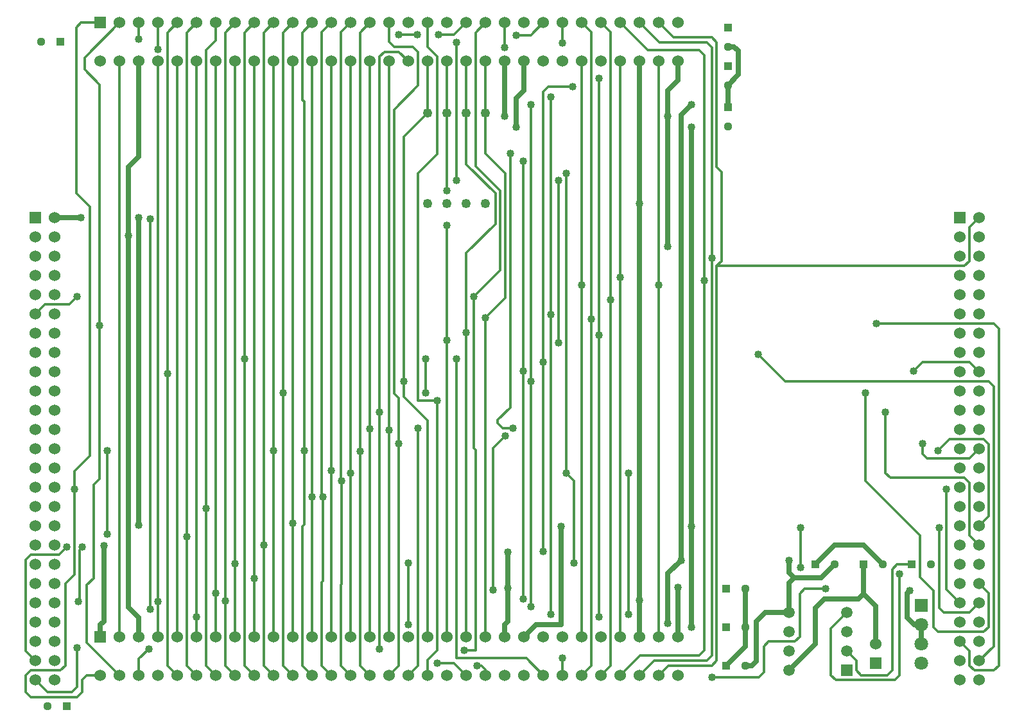
<source format=gbr>
G04 DipTrace 4.0.0.5*
G04 2 - Bottom.gbr*
%MOIN*%
G04 #@! TF.FileFunction,Copper,L2,Bot*
G04 #@! TF.Part,Single*
G04 #@! TA.AperFunction,Conductor*
%ADD15C,0.013*%
%ADD16C,0.026*%
G04 #@! TA.AperFunction,ComponentPad*
%ADD18C,0.06*%
%ADD19R,0.06X0.06*%
%ADD20R,0.043701X0.043701*%
%ADD21C,0.043701*%
%ADD22R,0.070866X0.070866*%
%ADD23C,0.070866*%
%ADD24R,0.059055X0.059055*%
%ADD25C,0.059055*%
%ADD26C,0.049213*%
G04 #@! TA.AperFunction,ViaPad*
%ADD27C,0.04*%
%FSLAX26Y26*%
G04*
G70*
G90*
G75*
G01*
G04 Bottom*
%LPD*%
X5043700Y1243700D2*
D15*
X4968050D1*
X4942050Y1217700D1*
Y695200D1*
X4916050Y669200D1*
X4781228D1*
X4755228Y695200D1*
Y744672D1*
X4706200Y793700D1*
X3731200Y4056200D2*
X3806696Y3980704D1*
X4005200D1*
X4031200Y3954704D1*
Y3307802D1*
X4057200Y3281802D1*
Y2819200D1*
X4031200Y2793200D1*
Y744200D1*
X4005200Y718200D1*
X3780700D1*
X3731200Y668700D1*
X4031200Y2793200D2*
X5317200D1*
X5343200Y2819200D1*
Y2993200D1*
X5393700Y3043700D1*
X3631200Y4056200D2*
X3732696Y3954704D1*
X3979200D1*
X4005200Y3928704D1*
Y2832700D1*
Y770200D1*
X3979200Y744200D1*
X3706700D1*
X3631200Y668700D1*
X3531200D2*
X3632700Y770200D1*
X3939700D1*
X3965700Y796200D1*
Y2719200D1*
Y3886700D1*
X3939700Y3912700D1*
X3674700D1*
X3531200Y4056200D1*
X3431200D2*
X3480700Y4006700D1*
Y2619200D1*
Y718200D1*
X3431200Y668700D1*
X3331200Y4056200D2*
X3380700Y4006700D1*
Y2519200D1*
Y718200D1*
X3331200Y668700D1*
X3231200Y757700D2*
Y668700D1*
X3420200Y3767200D2*
Y2432700D1*
X3231200Y3952200D2*
Y4056200D1*
X3420200Y2432700D2*
Y971200D1*
X2680700Y2311700D2*
Y757700D1*
X3042200D1*
X3131200Y668700D1*
X3209806Y2393200D2*
Y3236306D1*
X2680700Y3953704D2*
Y3236306D1*
X2991700Y3991700D2*
X3066700D1*
X3131200Y4056200D1*
X4596700Y1117850D2*
X4488228D1*
X4462228Y1091850D1*
Y868728D1*
X4436228Y842728D1*
X4301550D1*
X4275550Y816728D1*
Y682700D1*
X4249550Y656700D1*
X4006846D1*
X3284200Y3723810D2*
X3156806D1*
X3130806Y3697810D1*
Y2293200D1*
Y1312054D1*
X5052964Y2246204D2*
X5099960Y2293200D1*
X5344200D1*
X5393700Y2243700D1*
X2580700Y731700D2*
X2668200D1*
X2731200Y668700D1*
X3025806Y3337554D2*
Y2246204D1*
X2475751Y3993204D2*
X2380700D1*
X2586649D2*
X2668204D1*
X2731200Y4056200D1*
X3025806Y2246204D2*
Y1063704D1*
X3065306Y3631310D2*
Y2193200D1*
Y1024204D1*
X2531200Y668700D2*
Y746452D1*
X2580700Y795952D1*
Y2093200D1*
X2480094D1*
Y3275023D1*
X2580700Y3375629D1*
Y3880948D1*
X2531200Y3930448D1*
Y4056200D1*
X2480700Y1951200D2*
Y718200D1*
X2431200Y668700D1*
X2960306Y3377054D2*
Y2058696D1*
X2894810Y1993200D1*
Y1977200D1*
X2920810Y1951200D1*
X2971791D1*
X2331200Y668700D2*
X2380700Y718200D1*
Y1872200D1*
X5098554D2*
Y1819200D1*
X5124554Y1793200D1*
X5343200D1*
X5393700Y1843700D1*
X2380700Y1872200D2*
Y2105995D1*
X2357200Y2129495D1*
Y3605818D1*
X2480700Y3729318D1*
Y3905700D1*
X2454700Y3931700D1*
X2357200D1*
X2331200Y3957700D1*
Y4056200D1*
X2231200D2*
X2180700Y4005700D1*
Y1830680D1*
Y719200D1*
X2231200Y668700D1*
X2131200D2*
X2080700Y719200D1*
Y1137271D1*
X2084200Y1140771D1*
Y1677680D1*
X2081700Y1680180D1*
Y4006700D1*
X2131200Y4056200D1*
X2031200Y668700D2*
X1980700Y719200D1*
Y1151672D1*
X1987204Y1158176D1*
Y1593200D1*
X1981700Y1598704D1*
Y4006700D1*
X2031200Y4056200D1*
X1731200Y668700D2*
X1680700Y719200D1*
Y1345058D1*
Y4005700D1*
X1731200Y4056200D1*
X1931200Y668700D2*
X1880700Y719200D1*
Y1442329D1*
X1890354Y1451983D1*
Y1832700D1*
X5178704D2*
X5239204Y1893200D1*
X5417200D1*
X5443200Y1867200D1*
Y1493200D1*
X5393700Y1443700D1*
X1890354Y1832700D2*
Y3646214D1*
X1880700Y3655869D1*
Y4005700D1*
X1931200Y4056200D1*
X1831200Y668700D2*
X1780700Y719200D1*
Y2132700D1*
X4906428Y2032700D2*
Y1719200D1*
X4932428Y1693200D1*
X5317200D1*
X5343200Y1667200D1*
Y1394200D1*
X5393700Y1343700D1*
X1780700Y2132700D2*
Y4005700D1*
X1831200Y4056200D1*
X1631200Y668700D2*
X1580700Y719200D1*
Y2311700D1*
X4802495Y2132700D2*
Y1677609D1*
X5085050Y1395054D1*
Y1177649D1*
X5155633Y1107066D1*
Y919200D1*
X5181633Y893200D1*
X5417200D1*
X5443200Y919200D1*
Y1094200D1*
X5393700Y1143700D1*
X2519594Y2311700D2*
Y2132700D1*
X1580700Y2311700D2*
Y4005700D1*
X1631200Y4056200D1*
X1531200Y668700D2*
X1480700Y719200D1*
Y1053704D1*
X5185050Y1432700D2*
Y1019200D1*
X5211050Y993200D1*
X5343200D1*
X5393700Y1043700D1*
X4466200Y1226550D2*
Y1432700D1*
X1480700Y1053704D2*
Y4005700D1*
X1531200Y4056200D1*
X1431200D2*
Y3964019D1*
X1380700Y3913519D1*
Y1532700D1*
Y719200D1*
X1431200Y668700D1*
X1331200Y4056200D2*
X1280700Y4005700D1*
Y1386200D1*
Y719200D1*
X1331200Y668700D1*
X2870700Y1109700D2*
Y1848090D1*
X2934310Y1911700D1*
X1091204Y3036204D2*
Y1010700D1*
X1131200Y3919200D2*
Y4056200D1*
X3288806Y1250704D2*
Y1677680D1*
X3249306Y1717180D1*
X1031200Y3972200D2*
Y4056200D1*
X1084200Y805704D2*
X1031200Y752704D1*
Y668700D1*
X2429980Y1250704D2*
Y931700D1*
X3574704Y985200D2*
Y1717180D1*
X3249306D2*
Y3275806D1*
X831200Y4056200D2*
X731700D1*
X705700Y4030200D1*
Y3170165D1*
X775200Y3100665D1*
Y1806696D1*
X696200Y1727696D1*
Y1632700D1*
X5224550D2*
Y1112850D1*
X5293700Y1043700D1*
X696200Y1632700D2*
Y1190196D1*
X650200Y1144196D1*
Y719200D1*
X624200Y693200D1*
X469200D1*
X443200Y667200D1*
Y580550D1*
X469200Y554550D1*
X709704D1*
X735704Y580550D1*
Y642700D1*
X761704Y668700D1*
X831200D1*
X1031200Y868700D2*
D16*
Y968948D1*
X977700Y1022448D1*
Y2952204D1*
X3631200Y3856200D2*
Y3118700D1*
X977700Y2952204D2*
Y3307204D1*
X1031200Y3360704D1*
Y3856200D1*
X3631200Y1056228D2*
Y868700D1*
Y3118700D2*
Y1056228D1*
X4181200Y1118700D2*
Y918700D1*
X2948204Y1308200D2*
Y1120554D1*
X1031204Y1446200D2*
Y3043700D1*
X4088627Y3931200D2*
X4121630D1*
X4143480Y3909350D1*
Y3786053D1*
X4088628Y3731200D1*
X4893700Y1243700D2*
X4792846Y1344554D1*
X4644554D1*
X4543700Y1243700D1*
X3831200Y3856200D2*
Y3758629D1*
X3777700Y3705129D1*
Y3570712D1*
X728700Y3043700D2*
X593700D1*
X831200Y868700D2*
Y931700D1*
X848700Y949200D1*
Y1340204D1*
X2931200Y3570712D2*
Y3856200D1*
X3831200Y868700D2*
Y1123200D1*
X4181200Y918700D2*
Y818700D1*
X4081200Y718700D1*
X2948204Y1120554D2*
Y948704D1*
X2931200Y931700D1*
Y868700D1*
X4088628Y3731200D2*
X4088627Y3618700D1*
X3777700Y3570712D2*
Y2892700D1*
X5093700Y931200D2*
Y831200D1*
X5032263Y1106633D2*
X5021050Y1095420D1*
Y966633D1*
X5056483Y931200D1*
X5093700D1*
X4246735Y2332700D2*
D15*
X4386235Y2193200D1*
X5443200D1*
X5469200Y2167200D1*
Y819200D1*
X5393700Y743700D1*
X1231200Y4056200D2*
X1180700Y4005700D1*
Y2232700D1*
Y719200D1*
X1231200Y668700D1*
X3777700Y938700D2*
D16*
Y1196550D1*
X3846704Y1265554D1*
X4643700Y1243700D2*
X4573550Y1173550D1*
X4432200D1*
X4406200Y1147550D1*
Y993700D1*
X4432200Y1173550D2*
X4406200Y1199550D1*
Y1265554D1*
X3846704D2*
Y3576208D1*
X3901204Y3630708D1*
X4406200Y993700D2*
X4282050D1*
X4236050Y947700D1*
Y740550D1*
X4214200Y718700D1*
X4181200D1*
X4981550Y1195354D2*
D15*
Y669200D1*
X4955550Y643200D1*
X4650172D1*
X4624172Y669200D1*
Y911672D1*
X4706200Y993700D1*
X931200Y668700D2*
X761700Y838200D1*
Y1138200D1*
X795700Y1172200D1*
Y1656448D1*
X827200Y1687948D1*
Y2485700D1*
X4861558Y2493200D2*
X5469200D1*
X5495200Y2467200D1*
Y719200D1*
X5469200Y693200D1*
X5369200D1*
X5343200Y719200D1*
Y794200D1*
X5293700Y843700D1*
X827200Y2485700D2*
Y3734700D1*
X749204Y3812696D1*
Y3874204D1*
X931200Y4056200D1*
X4406200Y693700D2*
D16*
X4543704Y831204D1*
Y1018850D1*
X4589704Y1064850D1*
X4767700D1*
X4793700Y1090850D1*
X4856200Y1028350D1*
Y831200D1*
X3901200Y918704D2*
Y1439700D1*
X2991200Y3512696D2*
Y3664310D1*
X3031200Y3704310D1*
Y3856200D1*
X3223306Y1439700D2*
Y931700D1*
X3094200D1*
X3031200Y868700D1*
X4793700Y1090850D2*
Y1243700D1*
X3901200Y1439700D2*
Y3512696D1*
X709700Y810700D2*
D15*
Y606550D1*
X683700Y580550D1*
X556850D1*
X493700Y643700D1*
X931200Y868700D2*
Y3856200D1*
X656700Y1332700D2*
X617200Y1293200D1*
X469200D1*
X443200Y1267200D1*
Y794200D1*
X493700Y743700D1*
X1131200Y3856200D2*
Y1050200D1*
X716704D2*
X722200Y1055696D1*
Y1319200D1*
X735700Y1332700D1*
X1131200Y1050200D2*
Y868700D1*
X1231200D2*
Y3856200D1*
X1331200D2*
Y971200D1*
Y868700D1*
X1431200D2*
Y1093200D1*
Y3856200D1*
X1531200Y868700D2*
Y1246200D1*
Y3856200D1*
X1631200D2*
Y1172200D1*
Y868700D1*
X866700Y1400204D2*
Y1832700D1*
X1731200Y868700D2*
Y1832700D1*
Y3856200D1*
X1831200D2*
Y1457054D1*
Y868700D1*
X1931200D2*
Y1593200D1*
Y3856200D1*
X2031200D2*
Y1731700D1*
Y868700D1*
X2131200Y3856200D2*
Y1717180D1*
Y868700D1*
X2231200D2*
Y1946200D1*
Y3856200D1*
X2331200D2*
Y1940200D1*
Y868700D1*
X2281700Y805704D2*
Y2032700D1*
Y3879700D1*
X2307700Y3905700D1*
X2381700D1*
X2431200Y3856200D1*
X2531200D2*
Y3587204D1*
X2406700Y2193200D2*
Y2115200D1*
X2531200Y1990700D1*
Y868700D1*
Y3587204D2*
X2406700Y3462704D1*
Y2193200D1*
X2631200Y868700D2*
Y2406700D1*
Y3856200D2*
Y3587204D1*
Y2406700D2*
Y3005204D1*
Y3587204D2*
Y3183306D1*
X2731200Y868700D2*
Y2446200D1*
Y3587204D2*
Y3856200D1*
Y2446200D2*
Y2859653D1*
X2882306Y3010759D1*
Y3169806D1*
X2731200Y3320913D1*
Y3587204D1*
X2831200Y3856200D2*
Y3587204D1*
Y2525200D2*
Y868700D1*
Y3587204D2*
Y3377649D1*
X2934306Y3274543D1*
Y2628306D1*
X2831200Y2525200D1*
X3731200Y3856200D2*
Y2693204D1*
Y868700D1*
X3531200Y3856200D2*
Y2732700D1*
Y868700D1*
X3331200Y3856200D2*
Y2693200D1*
Y868700D1*
X3170306Y984704D2*
Y2540200D1*
X2931200Y3926200D2*
Y4056200D1*
X3170306Y2540200D2*
Y3670810D1*
X2720200Y797200D2*
X2780700D1*
Y1837078D1*
X2770700Y1847078D1*
Y2632700D1*
X709700D2*
X670200Y2593200D1*
X543200D1*
X493700Y2543700D1*
X2786649Y718200D2*
X2811200D1*
X2831200Y698200D1*
Y668700D1*
X2770700Y2632700D2*
X2908306Y2770306D1*
Y3184735D1*
X2780700Y3312342D1*
Y4005700D1*
X2831200Y4056200D1*
D27*
X4005200Y2832700D3*
X3965700Y2719200D3*
X3480700Y2619200D3*
X3380700Y2519200D3*
X3231200Y757700D3*
X3420200Y971200D3*
Y3767200D3*
X3231200Y3952200D3*
X3420200Y2432700D3*
X2680700Y2311700D3*
X3209806Y3236306D3*
X2680700D3*
Y3953704D3*
X2991700Y3991700D3*
X3209806Y2393200D3*
X4006846Y656700D3*
X4596700Y1117850D3*
X3130806Y1312054D3*
X3284200Y3723810D3*
X3130806Y2293200D3*
X5052964Y2246204D3*
X2580700Y731700D3*
X3025806Y1063704D3*
Y3337554D3*
X2380700Y3993204D3*
X2475751D3*
X2586649D3*
X3025806Y2246204D3*
X3065306Y1024204D3*
Y3631310D3*
Y2193200D3*
X2580700Y2093200D3*
X2480700Y1951200D3*
X2971791D3*
X2960306Y3377054D3*
X5098554Y1872200D3*
X2380700D3*
X2180700Y1830680D3*
X2084200Y1677680D3*
X1987204Y1593200D3*
X1680700Y1345058D3*
X5178704Y1832700D3*
X1890354D3*
X4906428Y2032700D3*
X1780700Y2132700D3*
X4802495D3*
X2519594D3*
Y2311700D3*
X1580700D3*
X5185050Y1432700D3*
X4466200D3*
Y1226550D3*
X1480700Y1053704D3*
X1380700Y1532700D3*
X1280700Y1386200D3*
X2934310Y1911700D3*
X2870700Y1109700D3*
X1091204Y1010700D3*
Y3036204D3*
X1131200Y3919200D3*
X3249306Y3275806D3*
X1031200Y3972200D3*
X1084200Y805704D3*
X2429980Y931700D3*
Y1250704D3*
X3288806D3*
X3574704Y1717180D3*
Y985200D3*
X3249306Y1717180D3*
X696200Y1632700D3*
X5224550D3*
X3631200Y3118700D3*
X977700Y2952204D3*
X3631200Y1056228D3*
X3777700Y2892700D3*
X2948204Y1308200D3*
X848700Y1340204D3*
X3777700Y3570712D3*
X2931200D3*
X1031204Y3043700D3*
X5032263Y1106633D3*
X728700Y3043700D3*
X3831200Y1123200D3*
X1031204Y1446200D3*
X2948204Y1120554D3*
X4246735Y2332700D3*
X1180700Y2232700D3*
X3777700Y938700D3*
X4406200Y1265554D3*
X3901204Y3630708D3*
X3846704Y1265554D3*
X4981550Y1195354D3*
X4861558Y2493200D3*
X827200Y2485700D3*
X2991200Y3512696D3*
X3901200D3*
X3223306Y1439700D3*
X3901200Y918704D3*
Y1439700D3*
X709700Y810700D3*
X656700Y1332700D3*
X735700D3*
X716704Y1050200D3*
X1131200D3*
X1331200Y971200D3*
X1431200Y1093200D3*
X1531200Y1246200D3*
X1631200Y1172200D3*
X866700Y1832700D3*
Y1400204D3*
X1731200Y1832700D3*
X1831200Y1457054D3*
X1931200Y1593200D3*
X2031200Y1731700D3*
X2131200Y1717180D3*
X2231200Y1946200D3*
X2331200Y1940200D3*
X2281700Y2032700D3*
Y805704D3*
X2406700Y2193200D3*
X2631200Y2406700D3*
Y3005204D3*
Y3183306D3*
X2731200Y2446200D3*
X2831200Y2525200D3*
X3731200Y2693204D3*
X3531200Y2732700D3*
X3331200Y2693200D3*
X3170306Y2540200D3*
Y3670810D3*
X2931200Y3926200D3*
X3170306Y984704D3*
X709700Y2632700D3*
X2770700D3*
X2720200Y797200D3*
X2786649Y718200D3*
D18*
X5393700Y943700D3*
X593700D3*
X493700D3*
X593700Y1043700D3*
X493700D3*
X593700Y1343700D3*
X493700D3*
X593700Y1843700D3*
X493700D3*
X593700Y3043700D3*
Y2943700D3*
Y2843700D3*
Y2743700D3*
Y2643700D3*
Y2543700D3*
Y2443700D3*
Y2343700D3*
Y2243700D3*
Y2143700D3*
X493700D3*
Y2243700D3*
Y2343700D3*
Y2443700D3*
Y2543700D3*
Y2643700D3*
Y2743700D3*
Y2843700D3*
Y2943700D3*
D19*
Y3043700D3*
D18*
Y2043700D3*
X593700D3*
X493700Y1943700D3*
X593700D3*
X493700Y1743700D3*
X593700D3*
X493700Y1643700D3*
X593700D3*
X493700Y1543700D3*
X593700D3*
X493700Y1443700D3*
X593700D3*
X493700Y1243700D3*
X593700D3*
Y1143700D3*
X493700D3*
Y843700D3*
X593700D3*
X493700Y743700D3*
X593700D3*
X493700Y643700D3*
X593700D3*
X5293700Y943700D3*
X5393700Y1043700D3*
X5293700D3*
X5393700Y1343700D3*
X5293700D3*
X5393700Y1843700D3*
X5293700D3*
X5393700Y3043700D3*
Y2943700D3*
Y2843700D3*
Y2743700D3*
Y2643700D3*
Y2543700D3*
Y2443700D3*
Y2343700D3*
Y2243700D3*
Y2143700D3*
X5293700D3*
Y2243700D3*
Y2343700D3*
Y2443700D3*
Y2543700D3*
Y2643700D3*
Y2743700D3*
Y2843700D3*
Y2943700D3*
D19*
Y3043700D3*
D18*
Y2043700D3*
X5393700D3*
X5293700Y1943700D3*
X5393700D3*
X5293700Y1743700D3*
X5393700D3*
X5293700Y1643700D3*
X5393700D3*
X5293700Y1543700D3*
X5393700D3*
X5293700Y1443700D3*
X5393700D3*
X5293700Y1243700D3*
X5393700D3*
Y1143700D3*
X5293700D3*
Y843700D3*
X5393700D3*
X5293700Y743700D3*
X5393700D3*
X5293700Y643700D3*
X5393700D3*
D20*
X4793700Y1243700D3*
D21*
X4893700D3*
D18*
X3731200Y868700D3*
Y668700D3*
X3631200Y868700D3*
Y668700D3*
X3231200Y868700D3*
Y668700D3*
X3131200Y868700D3*
Y668700D3*
X3031200Y868700D3*
Y668700D3*
X2731200D3*
Y868700D3*
X2631200D3*
Y668700D3*
X2231200D3*
X2131200D3*
X2031200D3*
X1931200D3*
X1831200D3*
X831200D3*
X931200D3*
X1031200D3*
X1131200D3*
X1231200D3*
X1331200D3*
X1431200D3*
X1531200D3*
X1631200D3*
X1731200D3*
X2231200Y868700D3*
X2131200D3*
X2031200D3*
X1931200D3*
X1831200D3*
X1731200D3*
X1631200D3*
X1531200D3*
X1431200D3*
X1331200D3*
X1231200D3*
X1131200D3*
X1031200D3*
X931200D3*
D19*
X831200D3*
D18*
X2331200Y668700D3*
Y868700D3*
X2431200D3*
Y668700D3*
X2531200Y868700D3*
Y668700D3*
X2831200D3*
Y868700D3*
X2931200D3*
Y668700D3*
X3331200D3*
Y868700D3*
X3431200Y668700D3*
Y868700D3*
X3531200Y668700D3*
Y868700D3*
X3831200Y668700D3*
Y868700D3*
D22*
X5093700Y1031200D3*
D23*
Y931200D3*
Y831200D3*
Y731200D3*
D24*
X4706200Y693700D3*
D25*
Y793700D3*
Y893700D3*
Y993700D3*
X4406200D3*
Y893700D3*
Y793700D3*
Y693700D3*
D20*
X4543700Y1243700D3*
D21*
X4643700D3*
D19*
X4856200Y731200D3*
D18*
Y831200D3*
D20*
X623773Y3956200D3*
D21*
X523773D3*
D20*
X4088627Y4031200D3*
D21*
Y3931200D3*
D20*
Y3618700D3*
D21*
Y3518700D3*
D20*
X4088626Y3831200D3*
D21*
X4088627Y3731200D3*
D20*
X4081200Y918700D3*
D21*
X4181200D3*
D20*
X4081200Y718700D3*
D21*
X4181200D3*
D20*
X4081200Y1118700D3*
D21*
X4181200D3*
D20*
X656200Y506200D3*
D21*
X556200D3*
D20*
X5043700Y1243700D3*
D21*
X5143700D3*
D18*
X3731200Y4056200D3*
Y3856200D3*
X3631200Y4056200D3*
Y3856200D3*
X3231200Y4056200D3*
Y3856200D3*
X3131200Y4056200D3*
Y3856200D3*
X3031200Y4056200D3*
Y3856200D3*
X2731200D3*
Y4056200D3*
X2631200D3*
Y3856200D3*
X2231200D3*
X2131200D3*
X2031200D3*
X1931200D3*
X1831200D3*
X831200D3*
X931200D3*
X1031200D3*
X1131200D3*
X1231200D3*
X1331200D3*
X1431200D3*
X1531200D3*
X1631200D3*
X1731200D3*
X2231200Y4056200D3*
X2131200D3*
X2031200D3*
X1931200D3*
X1831200D3*
X1731200D3*
X1631200D3*
X1531200D3*
X1431200D3*
X1331200D3*
X1231200D3*
X1131200D3*
X1031200D3*
X931200D3*
D19*
X831200D3*
D18*
X2331200Y3856200D3*
Y4056200D3*
X2431200D3*
Y3856200D3*
X2531200Y4056200D3*
Y3856200D3*
X2831200D3*
Y4056200D3*
X2931200D3*
Y3856200D3*
X3331200D3*
Y4056200D3*
X3431200Y3856200D3*
Y4056200D3*
X3531200Y3856200D3*
Y4056200D3*
X3831200Y3856200D3*
Y4056200D3*
D26*
X2531200Y3118700D3*
Y3587204D3*
X2631200Y3118700D3*
Y3587204D3*
X2731200Y3118700D3*
Y3587204D3*
X2831200Y3118700D3*
Y3587204D3*
M02*

</source>
